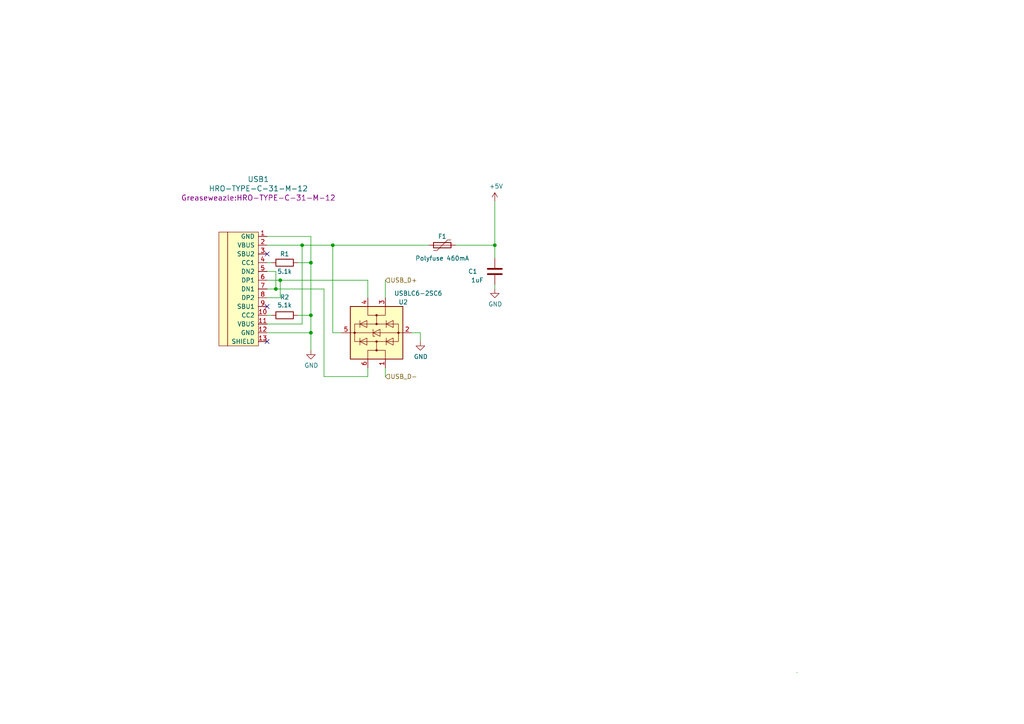
<source format=kicad_sch>
(kicad_sch (version 20211123) (generator eeschema)
  (paper "A4")
  (title_block (title "Greaseweazle F7 Lighting, USB PD") (date "2022-04-04") (rev "1.03") (company "SweProj.com"))
  (lib_symbols
    (symbol "Device:C" (pin_numbers hide) (pin_names (offset 0.254))
      (property "Reference" "C" (at 0.635 2.54 0))
      (property "Value" "C" (at 0.635 -2.54 0))
      (symbol "C_0_1"
        (polyline (pts (xy -2.032 -0.762) (xy 2.032 -0.762)) (stroke (width 0.508)))
        (polyline (pts (xy -2.032 0.762) (xy 2.032 0.762)) (stroke (width 0.508)))
      )
      (symbol "C_1_1"
        (pin passive line (at 0 3.81 270) (length 2.794) (name "~") (number "1"))
        (pin passive line (at 0 -3.81 90) (length 2.794) (name "~") (number "2"))
      )
    )
    (symbol "Device:Polyfuse" (pin_numbers hide) (pin_names (offset 0))
      (property "Reference" "F" (at -2.54 0 90))
      (property "Value" "Polyfuse" (at 2.54 0 90))
      (symbol "Polyfuse_0_1"
        (rectangle (start -0.762 2.54) (end 0.762 -2.54) (stroke (width 0.254)))
        (polyline (pts (xy 0 2.54) (xy 0 -2.54)))
        (polyline (pts (xy -1.524 2.54) (xy -1.524 1.524) (xy 1.524 -1.524) (xy 1.524 -2.54)))
      )
      (symbol "Polyfuse_1_1"
        (pin passive line (at 0 3.81 270) (length 1.27) (name "~") (number "1"))
        (pin passive line (at 0 -3.81 90) (length 1.27) (name "~") (number "2"))
      )
    )
    (symbol "Device:R" (pin_numbers hide) (pin_names (offset 0))
      (property "Reference" "R" (at 2.032 0 90))
      (property "Value" "R" (at 0 0 90))
      (symbol "R_0_1"
        (rectangle (start -1.016 -2.54) (end 1.016 2.54) (stroke (width 0.254)))
      )
      (symbol "R_1_1"
        (pin passive line (at 0 3.81 270) (length 1.27) (name "~") (number "1"))
        (pin passive line (at 0 -3.81 90) (length 1.27) (name "~") (number "2"))
      )
    )
    (symbol "Greaseweazle:HRO-TYPE-C-31-M-12" (pin_names (offset 1.016))
      (property "Reference" "USB" (at -5.08 16.51 0))
      (property "Value" "HRO-TYPE-C-31-M-12" (at -10.16 -1.27 90))
      (symbol "HRO-TYPE-C-31-M-12_0_1"
        (rectangle (start -11.43 15.24) (end -8.89 -17.78) (fill (type background)))
        (rectangle (start 0 -17.78) (end -8.89 15.24) (fill (type background)))
      )
      (symbol "HRO-TYPE-C-31-M-12_1_1"
        (pin input line (at 2.54 13.97 180) (length 2.54) (name "GND") (number "1"))
        (pin input line (at 2.54 -8.89 180) (length 2.54) (name "CC2") (number "10"))
        (pin input line (at 2.54 -11.43 180) (length 2.54) (name "VBUS") (number "11"))
        (pin input line (at 2.54 -13.97 180) (length 2.54) (name "GND") (number "12"))
        (pin input line (at 2.54 -16.51 180) (length 2.54) (name "SHIELD") (number "13"))
        (pin input line (at 2.54 11.43 180) (length 2.54) (name "VBUS") (number "2"))
        (pin input line (at 2.54 8.89 180) (length 2.54) (name "SBU2") (number "3"))
        (pin input line (at 2.54 6.35 180) (length 2.54) (name "CC1") (number "4"))
        (pin input line (at 2.54 3.81 180) (length 2.54) (name "DN2") (number "5"))
        (pin input line (at 2.54 1.27 180) (length 2.54) (name "DP1") (number "6"))
        (pin input line (at 2.54 -1.27 180) (length 2.54) (name "DN1") (number "7"))
        (pin input line (at 2.54 -3.81 180) (length 2.54) (name "DP2") (number "8"))
        (pin input line (at 2.54 -6.35 180) (length 2.54) (name "SBU1") (number "9"))
      )
    )
    (symbol "Power_Protection:USBLC6-2SC6" (pin_names hide)
      (property "Reference" "U" (at 2.54 8.89 0))
      (property "Value" "USBLC6-2SC6" (at 2.54 -8.89 0))
      (symbol "USBLC6-2SC6_0_1"
        (rectangle (start -7.62 -7.62) (end 7.62 7.62) (stroke (width 0.254)) (fill (type background)))
        (circle (center -5.08 0) (radius 0.254) (fill (type outline)))
        (circle (center -2.54 0) (radius 0.254) (fill (type outline)))
        (rectangle (start -2.54 6.35) (end 2.54 -6.35))
        (circle (center 0 -6.35) (radius 0.254) (fill (type outline)))
        (polyline (pts (xy -5.08 -2.54) (xy -7.62 -2.54)))
        (polyline (pts (xy -5.08 0) (xy -5.08 -2.54)))
        (polyline (pts (xy -5.08 2.54) (xy -7.62 2.54)))
        (polyline (pts (xy -1.524 -2.794) (xy -3.556 -2.794)))
        (polyline (pts (xy -1.524 4.826) (xy -3.556 4.826)))
        (polyline (pts (xy 0 -7.62) (xy 0 -6.35)))
        (polyline (pts (xy 0 -6.35) (xy 0 1.27)))
        (polyline (pts (xy 0 1.27) (xy 0 6.35)))
        (polyline (pts (xy 0 6.35) (xy 0 7.62)))
        (polyline (pts (xy 1.524 -2.794) (xy 3.556 -2.794)))
        (polyline (pts (xy 1.524 4.826) (xy 3.556 4.826)))
        (polyline (pts (xy 5.08 -2.54) (xy 7.62 -2.54)))
        (polyline (pts (xy 5.08 0) (xy 5.08 -2.54)))
        (polyline (pts (xy 5.08 2.54) (xy 7.62 2.54)))
        (polyline (pts (xy -2.54 0) (xy -5.08 0) (xy -5.08 2.54)))
        (polyline (pts (xy 2.54 0) (xy 5.08 0) (xy 5.08 2.54)))
        (polyline (pts (xy -3.556 -4.826) (xy -1.524 -4.826) (xy -2.54 -2.794) (xy -3.556 -4.826)))
        (polyline (pts (xy -3.556 2.794) (xy -1.524 2.794) (xy -2.54 4.826) (xy -3.556 2.794)))
        (polyline (pts (xy -1.016 -1.016) (xy 1.016 -1.016) (xy 0 1.016) (xy -1.016 -1.016)))
        (polyline (pts (xy 1.016 1.016) (xy 0.762 1.016) (xy -1.016 1.016) (xy -1.016 0.508)))
        (polyline (pts (xy 3.556 -4.826) (xy 1.524 -4.826) (xy 2.54 -2.794) (xy 3.556 -4.826)))
        (polyline (pts (xy 3.556 2.794) (xy 1.524 2.794) (xy 2.54 4.826) (xy 3.556 2.794)))
        (circle (center 0 6.35) (radius 0.254) (fill (type outline)))
        (circle (center 2.54 0) (radius 0.254) (fill (type outline)))
        (circle (center 5.08 0) (radius 0.254) (fill (type outline)))
      )
      (symbol "USBLC6-2SC6_1_1"
        (pin passive line (at -10.16 -2.54 0) (length 2.54) (name "I/O1") (number "1"))
        (pin passive line (at 0 -10.16 90) (length 2.54) (name "GND") (number "2"))
        (pin passive line (at 10.16 -2.54 180) (length 2.54) (name "I/O2") (number "3"))
        (pin passive line (at 10.16 2.54 180) (length 2.54) (name "I/O2") (number "4"))
        (pin passive line (at 0 10.16 270) (length 2.54) (name "VBUS") (number "5"))
        (pin passive line (at -10.16 2.54 0) (length 2.54) (name "I/O1") (number "6"))
      )
    )
    (symbol "power:+5V" (power) (pin_names (offset 0))
      (property "Value" "+5V" (at 0 3.556 0))
      (symbol "+5V_0_1"
        (polyline (pts (xy -0.762 1.27) (xy 0 2.54)))
        (polyline (pts (xy 0 0) (xy 0 2.54)))
        (polyline (pts (xy 0 2.54) (xy 0.762 1.27)))
      )
      (symbol "+5V_1_1"
        (pin power_in line (at 0 0 90) (length 0) hide (name "+5V") (number "1"))
      )
    )
    (symbol "power:GND" (power) (pin_names (offset 0))
      (property "Value" "GND" (at 0 -3.81 0))
      (symbol "GND_0_1"
        (polyline (pts (xy 0 0) (xy 0 -1.27) (xy 1.27 -1.27) (xy 0 -2.54) (xy -1.27 -1.27) (xy 0 -1.27)))
      )
      (symbol "GND_1_1"
        (pin power_in line (at 0 0 270) (length 0) hide (name "GND") (number "1"))
      )
    )
  )
  (junction (at 87.63 71.12))
  (junction (at 90.17 91.44))
  (junction (at 143.51 71.12))
  (junction (at 90.17 96.52))
  (junction (at 81.28 81.28))
  (junction (at 90.17 76.2))
  (junction (at 96.52 71.12))
  (junction (at 80.01 83.82))
  (no_connect (at 77.47 73.66))
  (no_connect (at 77.47 88.9))
  (no_connect (at 77.47 99.06))
  (wire (pts (xy 77.47 83.82) (xy 80.01 83.82)))
  (wire (pts (xy 143.51 58.42) (xy 143.51 71.12)))
  (wire (pts (xy 106.68 109.22) (xy 106.68 106.68)))
  (wire (pts (xy 80.01 78.74) (xy 80.01 83.82)))
  (wire (pts (xy 77.47 86.36) (xy 81.28 86.36)))
  (wire (pts (xy 77.47 96.52) (xy 90.17 96.52)))
  (wire (pts (xy 81.28 81.28) (xy 81.28 86.36)))
  (wire (pts (xy 143.51 82.55) (xy 143.51 83.82)))
  (wire (pts (xy 96.52 96.52) (xy 99.06 96.52)))
  (wire (pts (xy 132.08 71.12) (xy 143.51 71.12)))
  (wire (pts (xy 87.63 71.12) (xy 87.63 93.98)))
  (wire (pts (xy 80.01 83.82) (xy 93.98 83.82)))
  (wire (pts (xy 86.36 76.2) (xy 90.17 76.2)))
  (wire (pts (xy 121.92 96.52) (xy 121.92 99.06)))
  (wire (pts (xy 111.76 81.28) (xy 111.76 86.36)))
  (wire (pts (xy 90.17 91.44) (xy 90.17 96.52)))
  (wire (pts (xy 77.47 71.12) (xy 87.63 71.12)))
  (wire (pts (xy 90.17 76.2) (xy 90.17 91.44)))
  (wire (pts (xy 77.47 81.28) (xy 81.28 81.28)))
  (wire (pts (xy 119.38 96.52) (xy 121.92 96.52)))
  (wire (pts (xy 81.28 81.28) (xy 106.68 81.28)))
  (wire (pts (xy 90.17 68.58) (xy 90.17 76.2)))
  (wire (pts (xy 77.47 76.2) (xy 78.74 76.2)))
  (wire (pts (xy 96.52 96.52) (xy 96.52 71.12)))
  (wire (pts (xy 90.17 96.52) (xy 90.17 101.6)))
  (wire (pts (xy 106.68 81.28) (xy 106.68 86.36)))
  (wire (pts (xy 93.98 83.82) (xy 93.98 109.22)))
  (wire (pts (xy 77.47 78.74) (xy 80.01 78.74)))
  (wire (pts (xy 143.51 71.12) (xy 143.51 74.93)))
  (wire (pts (xy 87.63 71.12) (xy 96.52 71.12)))
  (wire (pts (xy 93.98 109.22) (xy 106.68 109.22)))
  (wire (pts (xy 96.52 71.12) (xy 124.46 71.12)))
  (wire (pts (xy 77.47 91.44) (xy 78.74 91.44)))
  (wire (pts (xy 77.47 68.58) (xy 90.17 68.58)))
  (wire (pts (xy 77.47 93.98) (xy 87.63 93.98)))
  (wire (pts (xy 231.14 195.072) (xy 231.267 195.072)))
  (wire (pts (xy 111.76 109.22) (xy 111.76 106.68)))
  (wire (pts (xy 86.36 91.44) (xy 90.17 91.44)))
  (hierarchical_label "USB_D+" (shape input) (at 111.76 81.28 0))
  (hierarchical_label "USB_D-" (shape input) (at 111.76 109.22 0))
  (symbol (lib_id "Device:Polyfuse") (at 128.27 71.12 270) (unit 1)
    (property "Reference" "F1" (at 128.27 68.58 90))
    (property "Value" "Polyfuse 460mA" (at 128.27 74.93 90))
    (property "Footprint" "Greaseweazle:Fuse_1206_3216Metric" (effects hide))
    (property "Datasheet" "https://datasheet.lcsc.com/szlcsc/1811141110_TECHFUSE-nSMD020-30V_C69680.pdf" (effects hide))
    (property "LCSC" "C69680" (effects hide))
  )
  (symbol (lib_id "power:GND") (at 90.17 101.6 0) (unit 1)
    (property "Reference" "#PWR0104" (effects hide))
    (property "Value" "GND" (at 90.297 105.9942 0))
  )
  (symbol (lib_id "power:GND") (at 143.51 83.82 0) (unit 1)
    (property "Reference" "#PWR0102" (effects hide))
    (property "Value" "GND" (at 143.637 88.2142 0))
  )
  (symbol (lib_id "Greaseweazle:HRO-TYPE-C-31-M-12") (at 74.93 82.55 0) (unit 1)
    (property "Reference" "USB1" (at 74.93 51.9938 0) (effects (font (size 1.524 1.524))))
    (property "Value" "HRO-TYPE-C-31-M-12" (at 74.93 54.6862 0) (effects (font (size 1.524 1.524))))
    (property "Footprint" "Greaseweazle:HRO-TYPE-C-31-M-12" (at 74.93 57.3786 0) (effects (font (size 1.524 1.524))))
    (property "Datasheet" "https://datasheet.lcsc.com/szlcsc/1811131825_Korean-Hroparts-Elec-TYPE-C-31-M-12_C165948.pdf" (effects hide))
    (property "LCSC" "C165948" (effects hide))
  )
  (symbol (lib_id "Device:R") (at 82.55 76.2 270) (unit 1)
    (property "Reference" "R1" (at 82.55 73.66 90))
    (property "Value" "5.1k" (at 82.55 78.74 90))
    (property "Footprint" "Resistor_SMD:R_0402_1005Metric" (effects hide))
    (property "LCSC" "C25905" (effects hide))
  )
  (symbol (lib_id "Device:R") (at 82.55 91.44 270) (unit 1)
    (property "Reference" "R2" (at 82.55 86.1822 90))
    (property "Value" "5.1k" (at 82.55 88.4936 90))
    (property "Footprint" "Resistor_SMD:R_0402_1005Metric" (effects hide))
    (property "LCSC" "C25905" (effects hide))
  )
  (symbol (lib_id "Device:C") (at 143.51 78.74 0) (mirror x) (unit 1)
    (property "Reference" "C1" (at 137.1092 78.74 0))
    (property "Value" "1uF" (at 138.43 81.28 0))
    (property "Footprint" "Capacitor_SMD:C_0603_1608Metric" (effects hide))
    (property "LCSC" "C15849" (effects hide))
  )
  (symbol (lib_id "Power_Protection:USBLC6-2SC6") (at 109.22 96.52 90) (unit 1)
    (property "Reference" "U2" (at 115.57 87.63 90) (effects (justify right)))
    (property "Value" "USBLC6-2SC6" (at 114.3 85.09 90) (effects (justify right)))
    (property "Footprint" "Package_TO_SOT_SMD:SOT-23-6" (effects hide))
    (property "LCSC" "C7519" (effects hide))
  )
  (symbol (lib_id "power:GND") (at 121.92 99.06 0) (unit 1)
    (property "Reference" "#PWR0105" (effects hide))
    (property "Value" "GND" (at 122.047 103.4542 0))
  )
  (symbol (lib_id "power:+5V") (at 143.51 58.42 0) (unit 1)
    (property "Reference" "#PWR0106" (effects hide))
    (property "Value" "+5V" (at 143.891 54.0258 0))
  )
)
</source>
